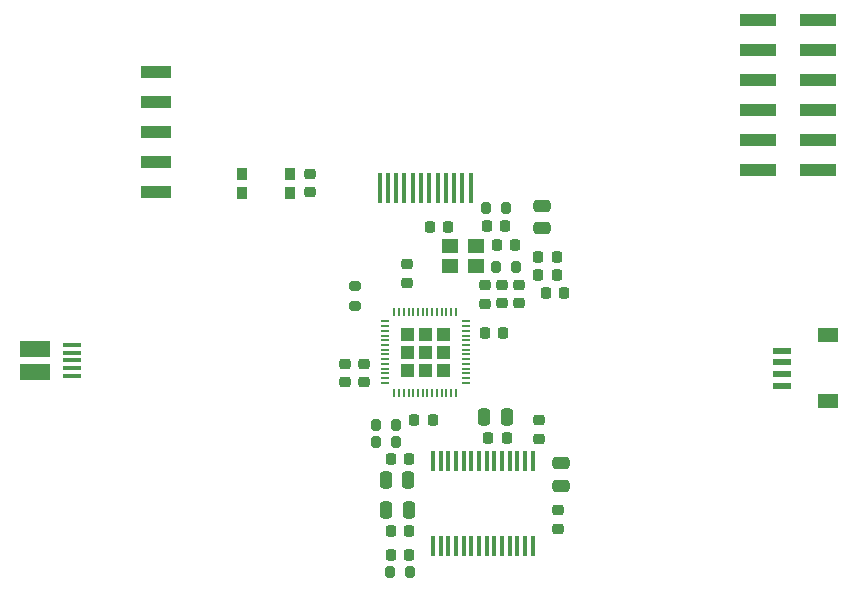
<source format=gbr>
%TF.GenerationSoftware,KiCad,Pcbnew,7.0.6-1.fc38*%
%TF.CreationDate,2023-08-24T18:59:34-07:00*%
%TF.ProjectId,s3gta_panel,73336774-615f-4706-916e-656c2e6b6963,rev?*%
%TF.SameCoordinates,Original*%
%TF.FileFunction,Paste,Bot*%
%TF.FilePolarity,Positive*%
%FSLAX46Y46*%
G04 Gerber Fmt 4.6, Leading zero omitted, Abs format (unit mm)*
G04 Created by KiCad (PCBNEW 7.0.6-1.fc38) date 2023-08-24 18:59:34*
%MOMM*%
%LPD*%
G01*
G04 APERTURE LIST*
G04 Aperture macros list*
%AMRoundRect*
0 Rectangle with rounded corners*
0 $1 Rounding radius*
0 $2 $3 $4 $5 $6 $7 $8 $9 X,Y pos of 4 corners*
0 Add a 4 corners polygon primitive as box body*
4,1,4,$2,$3,$4,$5,$6,$7,$8,$9,$2,$3,0*
0 Add four circle primitives for the rounded corners*
1,1,$1+$1,$2,$3*
1,1,$1+$1,$4,$5*
1,1,$1+$1,$6,$7*
1,1,$1+$1,$8,$9*
0 Add four rect primitives between the rounded corners*
20,1,$1+$1,$2,$3,$4,$5,0*
20,1,$1+$1,$4,$5,$6,$7,0*
20,1,$1+$1,$6,$7,$8,$9,0*
20,1,$1+$1,$8,$9,$2,$3,0*%
G04 Aperture macros list end*
%ADD10C,0.010000*%
%ADD11R,0.450000X1.750000*%
%ADD12RoundRect,0.225000X-0.225000X-0.250000X0.225000X-0.250000X0.225000X0.250000X-0.225000X0.250000X0*%
%ADD13R,2.500000X1.000000*%
%ADD14R,0.350000X2.500000*%
%ADD15RoundRect,0.250000X-0.250000X-0.475000X0.250000X-0.475000X0.250000X0.475000X-0.250000X0.475000X0*%
%ADD16RoundRect,0.200000X0.200000X0.275000X-0.200000X0.275000X-0.200000X-0.275000X0.200000X-0.275000X0*%
%ADD17RoundRect,0.225000X0.250000X-0.225000X0.250000X0.225000X-0.250000X0.225000X-0.250000X-0.225000X0*%
%ADD18R,3.150000X1.000000*%
%ADD19RoundRect,0.225000X0.225000X0.250000X-0.225000X0.250000X-0.225000X-0.250000X0.225000X-0.250000X0*%
%ADD20R,1.800000X1.200000*%
%ADD21R,1.550000X0.600000*%
%ADD22RoundRect,0.225000X-0.250000X0.225000X-0.250000X-0.225000X0.250000X-0.225000X0.250000X0.225000X0*%
%ADD23RoundRect,0.250000X0.250000X0.475000X-0.250000X0.475000X-0.250000X-0.475000X0.250000X-0.475000X0*%
%ADD24RoundRect,0.250000X0.475000X-0.250000X0.475000X0.250000X-0.475000X0.250000X-0.475000X-0.250000X0*%
%ADD25RoundRect,0.200000X-0.200000X-0.275000X0.200000X-0.275000X0.200000X0.275000X-0.200000X0.275000X0*%
%ADD26R,0.650000X0.220000*%
%ADD27R,0.220000X0.650000*%
%ADD28R,0.900000X1.000000*%
%ADD29R,1.650000X0.400000*%
%ADD30R,2.500000X1.430000*%
%ADD31R,1.400000X1.200000*%
%ADD32RoundRect,0.200000X-0.275000X0.200000X-0.275000X-0.200000X0.275000X-0.200000X0.275000X0.200000X0*%
G04 APERTURE END LIST*
%TO.C,U1*%
D10*
X137886000Y-113810800D02*
X136886000Y-113810800D01*
X136886000Y-112810800D01*
X137886000Y-112810800D01*
X137886000Y-113810800D01*
G36*
X137886000Y-113810800D02*
G01*
X136886000Y-113810800D01*
X136886000Y-112810800D01*
X137886000Y-112810800D01*
X137886000Y-113810800D01*
G37*
X137886000Y-112310800D02*
X136886000Y-112310800D01*
X136886000Y-111310800D01*
X137886000Y-111310800D01*
X137886000Y-112310800D01*
G36*
X137886000Y-112310800D02*
G01*
X136886000Y-112310800D01*
X136886000Y-111310800D01*
X137886000Y-111310800D01*
X137886000Y-112310800D01*
G37*
X137886000Y-110810800D02*
X136886000Y-110810800D01*
X136886000Y-109810800D01*
X137886000Y-109810800D01*
X137886000Y-110810800D01*
G36*
X137886000Y-110810800D02*
G01*
X136886000Y-110810800D01*
X136886000Y-109810800D01*
X137886000Y-109810800D01*
X137886000Y-110810800D01*
G37*
X136386000Y-113810800D02*
X135386000Y-113810800D01*
X135386000Y-112810800D01*
X136386000Y-112810800D01*
X136386000Y-113810800D01*
G36*
X136386000Y-113810800D02*
G01*
X135386000Y-113810800D01*
X135386000Y-112810800D01*
X136386000Y-112810800D01*
X136386000Y-113810800D01*
G37*
X136386000Y-112310800D02*
X135386000Y-112310800D01*
X135386000Y-111310800D01*
X136386000Y-111310800D01*
X136386000Y-112310800D01*
G36*
X136386000Y-112310800D02*
G01*
X135386000Y-112310800D01*
X135386000Y-111310800D01*
X136386000Y-111310800D01*
X136386000Y-112310800D01*
G37*
X136386000Y-110810800D02*
X135386000Y-110810800D01*
X135386000Y-109810800D01*
X136386000Y-109810800D01*
X136386000Y-110810800D01*
G36*
X136386000Y-110810800D02*
G01*
X135386000Y-110810800D01*
X135386000Y-109810800D01*
X136386000Y-109810800D01*
X136386000Y-110810800D01*
G37*
X134886000Y-113810800D02*
X133886000Y-113810800D01*
X133886000Y-112810800D01*
X134886000Y-112810800D01*
X134886000Y-113810800D01*
G36*
X134886000Y-113810800D02*
G01*
X133886000Y-113810800D01*
X133886000Y-112810800D01*
X134886000Y-112810800D01*
X134886000Y-113810800D01*
G37*
X134886000Y-112310800D02*
X133886000Y-112310800D01*
X133886000Y-111310800D01*
X134886000Y-111310800D01*
X134886000Y-112310800D01*
G36*
X134886000Y-112310800D02*
G01*
X133886000Y-112310800D01*
X133886000Y-111310800D01*
X134886000Y-111310800D01*
X134886000Y-112310800D01*
G37*
X134886000Y-110810800D02*
X133886000Y-110810800D01*
X133886000Y-109810800D01*
X134886000Y-109810800D01*
X134886000Y-110810800D01*
G36*
X134886000Y-110810800D02*
G01*
X133886000Y-110810800D01*
X133886000Y-109810800D01*
X134886000Y-109810800D01*
X134886000Y-110810800D01*
G37*
%TD*%
D11*
%TO.C,U2*%
X136541800Y-121012400D03*
X137191800Y-121012400D03*
X137841800Y-121012400D03*
X138491800Y-121012400D03*
X139141800Y-121012400D03*
X139791800Y-121012400D03*
X140441800Y-121012400D03*
X141091800Y-121012400D03*
X141741800Y-121012400D03*
X142391800Y-121012400D03*
X143041800Y-121012400D03*
X143691800Y-121012400D03*
X144341800Y-121012400D03*
X144991800Y-121012400D03*
X144991800Y-128212400D03*
X144341800Y-128212400D03*
X143691800Y-128212400D03*
X143041800Y-128212400D03*
X142391800Y-128212400D03*
X141741800Y-128212400D03*
X141091800Y-128212400D03*
X140441800Y-128212400D03*
X139791800Y-128212400D03*
X139141800Y-128212400D03*
X138491800Y-128212400D03*
X137841800Y-128212400D03*
X137191800Y-128212400D03*
X136541800Y-128212400D03*
%TD*%
D12*
%TO.C,C12*%
X141973000Y-102768400D03*
X143523000Y-102768400D03*
%TD*%
D13*
%TO.C,J3*%
X113068600Y-88138000D03*
X113068600Y-90678000D03*
X113068600Y-93218000D03*
X113068600Y-95758000D03*
X113068600Y-98298000D03*
%TD*%
D14*
%TO.C,DISP1*%
X139740000Y-97917000D03*
X139040000Y-97917000D03*
X138340000Y-97917000D03*
X137640000Y-97917000D03*
X136940000Y-97917000D03*
X136240000Y-97917000D03*
X135540000Y-97917000D03*
X134840000Y-97917000D03*
X134140000Y-97917000D03*
X133440000Y-97917000D03*
X132740000Y-97917000D03*
X132040000Y-97917000D03*
%TD*%
D15*
%TO.C,C21*%
X132603200Y-125222000D03*
X134503200Y-125222000D03*
%TD*%
D16*
%TO.C,R5*%
X142709400Y-99618800D03*
X141059400Y-99618800D03*
%TD*%
D17*
%TO.C,C14*%
X134315200Y-105931000D03*
X134315200Y-104381000D03*
%TD*%
D18*
%TO.C,J4*%
X169149000Y-83693000D03*
X164099000Y-83693000D03*
X169149000Y-86233000D03*
X164099000Y-86233000D03*
X169149000Y-88773000D03*
X164099000Y-88773000D03*
X169149000Y-91313000D03*
X164099000Y-91313000D03*
X169149000Y-93853000D03*
X164099000Y-93853000D03*
X169149000Y-96393000D03*
X164099000Y-96393000D03*
%TD*%
D19*
%TO.C,C19*%
X134518400Y-120904000D03*
X132968400Y-120904000D03*
%TD*%
D20*
%TO.C,J1*%
X169991000Y-110381000D03*
X169991000Y-115981000D03*
D21*
X166116000Y-111681000D03*
X166116000Y-112681000D03*
X166116000Y-113681000D03*
X166116000Y-114681000D03*
%TD*%
D22*
%TO.C,C23*%
X147116800Y-125209000D03*
X147116800Y-126759000D03*
%TD*%
D19*
%TO.C,C13*%
X137846400Y-101193600D03*
X136296400Y-101193600D03*
%TD*%
D23*
%TO.C,C17*%
X134467600Y-122631200D03*
X132567600Y-122631200D03*
%TD*%
D22*
%TO.C,C10*%
X142392400Y-106146000D03*
X142392400Y-107696000D03*
%TD*%
D24*
%TO.C,C22*%
X147370800Y-123124000D03*
X147370800Y-121224000D03*
%TD*%
D12*
%TO.C,C20*%
X141248800Y-119075200D03*
X142798800Y-119075200D03*
%TD*%
%TO.C,C3*%
X145478200Y-103733600D03*
X147028200Y-103733600D03*
%TD*%
D25*
%TO.C,R7*%
X132931400Y-130454400D03*
X134581400Y-130454400D03*
%TD*%
D12*
%TO.C,L2*%
X146087800Y-106781600D03*
X147637800Y-106781600D03*
%TD*%
D19*
%TO.C,C25*%
X134518400Y-128981200D03*
X132968400Y-128981200D03*
%TD*%
D26*
%TO.C,U1*%
X139311000Y-109210800D03*
X139311000Y-109610800D03*
X139311000Y-110010800D03*
X139311000Y-110410800D03*
X139311000Y-110810800D03*
X139311000Y-111210800D03*
X139311000Y-111610800D03*
X139311000Y-112010800D03*
X139311000Y-112410800D03*
X139311000Y-112810800D03*
X139311000Y-113210800D03*
X139311000Y-113610800D03*
X139311000Y-114010800D03*
X139311000Y-114410800D03*
D27*
X138486000Y-115235800D03*
X138086000Y-115235800D03*
X137686000Y-115235800D03*
X137286000Y-115235800D03*
X136886000Y-115235800D03*
X136486000Y-115235800D03*
X136086000Y-115235800D03*
X135686000Y-115235800D03*
X135286000Y-115235800D03*
X134886000Y-115235800D03*
X134486000Y-115235800D03*
X134086000Y-115235800D03*
X133686000Y-115235800D03*
X133286000Y-115235800D03*
D26*
X132461000Y-114410800D03*
X132461000Y-114010800D03*
X132461000Y-113610800D03*
X132461000Y-113210800D03*
X132461000Y-112810800D03*
X132461000Y-112410800D03*
X132461000Y-112010800D03*
X132461000Y-111610800D03*
X132461000Y-111210800D03*
X132461000Y-110810800D03*
X132461000Y-110410800D03*
X132461000Y-110010800D03*
X132461000Y-109610800D03*
X132461000Y-109210800D03*
D27*
X133286000Y-108385800D03*
X133686000Y-108385800D03*
X134086000Y-108385800D03*
X134486000Y-108385800D03*
X134886000Y-108385800D03*
X135286000Y-108385800D03*
X135686000Y-108385800D03*
X136086000Y-108385800D03*
X136486000Y-108385800D03*
X136886000Y-108385800D03*
X137286000Y-108385800D03*
X137686000Y-108385800D03*
X138086000Y-108385800D03*
X138486000Y-108385800D03*
%TD*%
D12*
%TO.C,C24*%
X132968400Y-126949200D03*
X134518400Y-126949200D03*
%TD*%
D24*
%TO.C,C2*%
X145796000Y-101330800D03*
X145796000Y-99430800D03*
%TD*%
D25*
%TO.C,R4*%
X141910800Y-104648000D03*
X143560800Y-104648000D03*
%TD*%
D22*
%TO.C,C9*%
X140919200Y-106159000D03*
X140919200Y-107709000D03*
%TD*%
D28*
%TO.C,SW1*%
X124460000Y-96723000D03*
X120360000Y-96723000D03*
X124460000Y-98323000D03*
X120360000Y-98323000D03*
%TD*%
D29*
%TO.C,J2*%
X105995600Y-113822000D03*
X105995600Y-113172000D03*
X105995600Y-112522000D03*
X105995600Y-111872000D03*
X105995600Y-111222000D03*
D30*
X102875600Y-113482000D03*
X102875600Y-111562000D03*
%TD*%
D17*
%TO.C,C15*%
X130678400Y-114376800D03*
X130678400Y-112826800D03*
%TD*%
D22*
%TO.C,C8*%
X143865600Y-106146000D03*
X143865600Y-107696000D03*
%TD*%
D16*
%TO.C,R2*%
X133413000Y-119430800D03*
X131763000Y-119430800D03*
%TD*%
D12*
%TO.C,C26*%
X141109400Y-101142800D03*
X142659400Y-101142800D03*
%TD*%
%TO.C,C5*%
X145478200Y-105257600D03*
X147028200Y-105257600D03*
%TD*%
%TO.C,C7*%
X140957000Y-110185200D03*
X142507000Y-110185200D03*
%TD*%
D22*
%TO.C,L1*%
X145542000Y-117602000D03*
X145542000Y-119152000D03*
%TD*%
D31*
%TO.C,Y1*%
X140172800Y-104546400D03*
X137972800Y-104546400D03*
X137972800Y-102846400D03*
X140172800Y-102846400D03*
%TD*%
D22*
%TO.C,C1*%
X126169200Y-96748000D03*
X126169200Y-98298000D03*
%TD*%
D17*
%TO.C,C16*%
X129133600Y-114363800D03*
X129133600Y-112813800D03*
%TD*%
D19*
%TO.C,C11*%
X136512600Y-117551200D03*
X134962600Y-117551200D03*
%TD*%
D15*
%TO.C,C18*%
X140883600Y-117348000D03*
X142783600Y-117348000D03*
%TD*%
D32*
%TO.C,R1*%
X129946400Y-106236000D03*
X129946400Y-107886000D03*
%TD*%
D16*
%TO.C,R3*%
X133413000Y-117957600D03*
X131763000Y-117957600D03*
%TD*%
M02*

</source>
